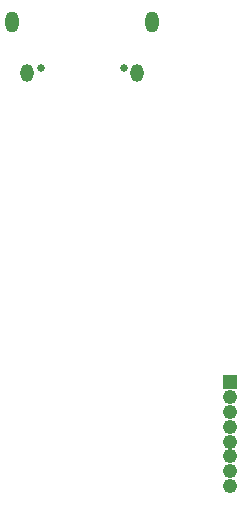
<source format=gbr>
%TF.GenerationSoftware,KiCad,Pcbnew,8.0.3*%
%TF.CreationDate,2024-09-21T17:28:31+02:00*%
%TF.ProjectId,SynchGaze_Transmiter,53796e63-6847-4617-9a65-5f5472616e73,1.0*%
%TF.SameCoordinates,Original*%
%TF.FileFunction,Soldermask,Bot*%
%TF.FilePolarity,Negative*%
%FSLAX46Y46*%
G04 Gerber Fmt 4.6, Leading zero omitted, Abs format (unit mm)*
G04 Created by KiCad (PCBNEW 8.0.3) date 2024-09-21 17:28:31*
%MOMM*%
%LPD*%
G01*
G04 APERTURE LIST*
G04 Aperture macros list*
%AMRoundRect*
0 Rectangle with rounded corners*
0 $1 Rounding radius*
0 $2 $3 $4 $5 $6 $7 $8 $9 X,Y pos of 4 corners*
0 Add a 4 corners polygon primitive as box body*
4,1,4,$2,$3,$4,$5,$6,$7,$8,$9,$2,$3,0*
0 Add four circle primitives for the rounded corners*
1,1,$1+$1,$2,$3*
1,1,$1+$1,$4,$5*
1,1,$1+$1,$6,$7*
1,1,$1+$1,$8,$9*
0 Add four rect primitives between the rounded corners*
20,1,$1+$1,$2,$3,$4,$5,0*
20,1,$1+$1,$4,$5,$6,$7,0*
20,1,$1+$1,$6,$7,$8,$9,0*
20,1,$1+$1,$8,$9,$2,$3,0*%
G04 Aperture macros list end*
%ADD10RoundRect,0.076200X-0.529000X0.529000X-0.529000X-0.529000X0.529000X-0.529000X0.529000X0.529000X0*%
%ADD11C,1.210400*%
%ADD12C,0.650000*%
%ADD13O,1.104000X1.804000*%
%ADD14O,1.104000X1.504000*%
G04 APERTURE END LIST*
D10*
%TO.C,J202*%
X165735000Y-80912000D03*
D11*
X165735000Y-82162000D03*
X165735000Y-83412000D03*
X165735000Y-84662000D03*
X165735000Y-85912000D03*
X165735000Y-87162000D03*
X165735000Y-88412000D03*
X165735000Y-89662000D03*
%TD*%
D12*
%TO.C,J201*%
X156710850Y-54250000D03*
X149710850Y-54250000D03*
D13*
X159130850Y-50400000D03*
X147290850Y-50400000D03*
D14*
X157860850Y-54720000D03*
X148560850Y-54720000D03*
%TD*%
M02*

</source>
